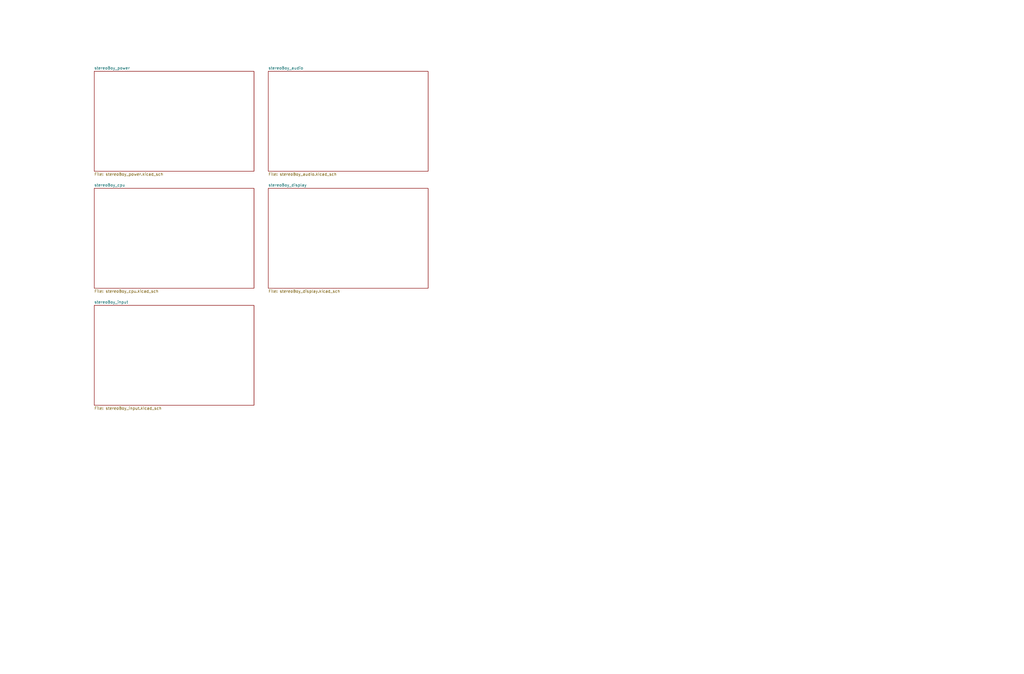
<source format=kicad_sch>
(kicad_sch
	(version 20250114)
	(generator "eeschema")
	(generator_version "9.0")
	(uuid "d7a2928f-e55e-493d-b5be-c740e277dbc2")
	(paper "User" 455.651 299.872)
	(lib_symbols)
	(sheet
		(at 119.38 83.82)
		(size 71.12 44.45)
		(exclude_from_sim no)
		(in_bom yes)
		(on_board yes)
		(dnp no)
		(fields_autoplaced yes)
		(stroke
			(width 0.1524)
			(type solid)
		)
		(fill
			(color 0 0 0 0.0000)
		)
		(uuid "2a7f479d-c6b3-45ca-8e30-62d06f466acd")
		(property "Sheetname" "stereoBoy_display"
			(at 119.38 83.1084 0)
			(effects
				(font
					(size 1.27 1.27)
				)
				(justify left bottom)
			)
		)
		(property "Sheetfile" "stereoBoy_display.kicad_sch"
			(at 119.38 128.8546 0)
			(effects
				(font
					(size 1.27 1.27)
				)
				(justify left top)
			)
		)
		(instances
			(project "stereoBoy_MGB"
				(path "/d7a2928f-e55e-493d-b5be-c740e277dbc2"
					(page "5")
				)
			)
		)
	)
	(sheet
		(at 41.91 31.75)
		(size 71.12 44.45)
		(exclude_from_sim no)
		(in_bom yes)
		(on_board yes)
		(dnp no)
		(fields_autoplaced yes)
		(stroke
			(width 0.1524)
			(type solid)
		)
		(fill
			(color 0 0 0 0.0000)
		)
		(uuid "400e09b7-150a-4dd6-90db-171280936e45")
		(property "Sheetname" "stereoBoy_power"
			(at 41.91 31.0384 0)
			(effects
				(font
					(size 1.27 1.27)
				)
				(justify left bottom)
			)
		)
		(property "Sheetfile" "stereoBoy_power.kicad_sch"
			(at 41.91 76.7846 0)
			(effects
				(font
					(size 1.27 1.27)
				)
				(justify left top)
			)
		)
		(property "Field2" ""
			(at 41.91 31.75 0)
			(effects
				(font
					(size 1.27 1.27)
				)
			)
		)
		(property "Field3" ""
			(at 41.91 31.75 0)
			(effects
				(font
					(size 1.27 1.27)
				)
			)
		)
		(instances
			(project "stereoBoy_MGB"
				(path "/d7a2928f-e55e-493d-b5be-c740e277dbc2"
					(page "2")
				)
			)
		)
	)
	(sheet
		(at 41.91 135.89)
		(size 71.12 44.45)
		(exclude_from_sim no)
		(in_bom yes)
		(on_board yes)
		(dnp no)
		(fields_autoplaced yes)
		(stroke
			(width 0.1524)
			(type solid)
		)
		(fill
			(color 0 0 0 0.0000)
		)
		(uuid "40c4c27c-19ca-4c41-9f62-70a21e578a99")
		(property "Sheetname" "stereoBoy_input"
			(at 41.91 135.1784 0)
			(effects
				(font
					(size 1.27 1.27)
				)
				(justify left bottom)
			)
		)
		(property "Sheetfile" "stereoBoy_input.kicad_sch"
			(at 41.91 180.9246 0)
			(effects
				(font
					(size 1.27 1.27)
				)
				(justify left top)
			)
		)
		(instances
			(project "stereoBoy_MGB"
				(path "/d7a2928f-e55e-493d-b5be-c740e277dbc2"
					(page "6")
				)
			)
		)
	)
	(sheet
		(at 119.38 31.75)
		(size 71.12 44.45)
		(exclude_from_sim no)
		(in_bom yes)
		(on_board yes)
		(dnp no)
		(fields_autoplaced yes)
		(stroke
			(width 0.1524)
			(type solid)
		)
		(fill
			(color 0 0 0 0.0000)
		)
		(uuid "55fcec58-a738-426a-ab43-bd415d30b78d")
		(property "Sheetname" "stereoBoy_audio"
			(at 119.38 31.0384 0)
			(effects
				(font
					(size 1.27 1.27)
				)
				(justify left bottom)
			)
		)
		(property "Sheetfile" "stereoBoy_audio.kicad_sch"
			(at 119.38 76.7846 0)
			(effects
				(font
					(size 1.27 1.27)
				)
				(justify left top)
			)
		)
		(instances
			(project "stereoBoy_MGB"
				(path "/d7a2928f-e55e-493d-b5be-c740e277dbc2"
					(page "3")
				)
			)
		)
	)
	(sheet
		(at 41.91 83.82)
		(size 71.12 44.45)
		(exclude_from_sim no)
		(in_bom yes)
		(on_board yes)
		(dnp no)
		(fields_autoplaced yes)
		(stroke
			(width 0.1524)
			(type solid)
		)
		(fill
			(color 0 0 0 0.0000)
		)
		(uuid "d8b168be-3dd8-4c54-8f23-7e4e334f5165")
		(property "Sheetname" "stereoBoy_cpu"
			(at 41.91 83.1084 0)
			(effects
				(font
					(size 1.27 1.27)
				)
				(justify left bottom)
			)
		)
		(property "Sheetfile" "stereoBoy_cpu.kicad_sch"
			(at 41.91 128.8546 0)
			(effects
				(font
					(size 1.27 1.27)
				)
				(justify left top)
			)
		)
		(instances
			(project "stereoBoy_MGB"
				(path "/d7a2928f-e55e-493d-b5be-c740e277dbc2"
					(page "4")
				)
			)
		)
	)
	(sheet_instances
		(path "/"
			(page "1")
		)
	)
	(embedded_fonts no)
)

</source>
